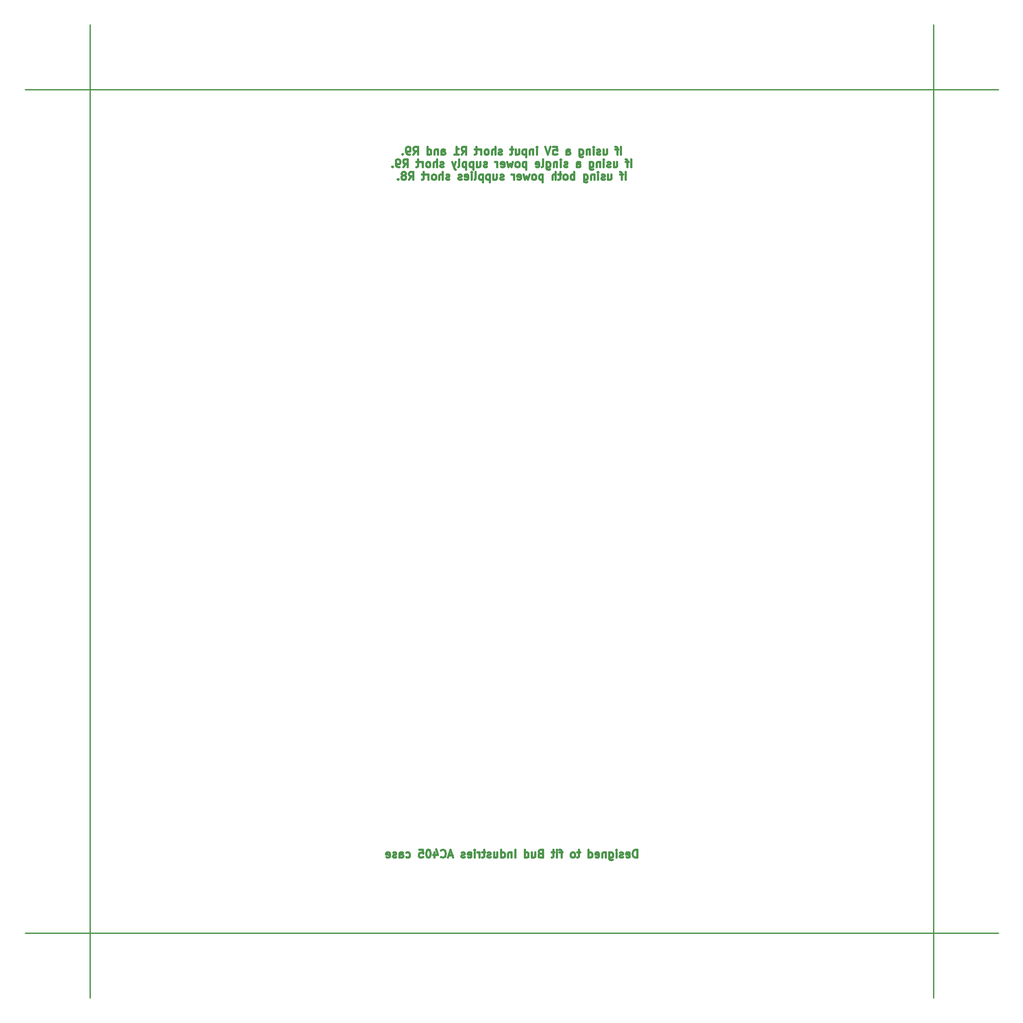
<source format=gbr>
%TF.GenerationSoftware,KiCad,Pcbnew,6.0.1-79c1e3a40b~116~ubuntu20.04.1*%
%TF.CreationDate,2022-02-06T08:21:26-08:00*%
%TF.ProjectId,rc2014-compat-backplane,72633230-3134-42d6-936f-6d7061742d62,rev?*%
%TF.SameCoordinates,Original*%
%TF.FileFunction,Legend,Bot*%
%TF.FilePolarity,Positive*%
%FSLAX46Y46*%
G04 Gerber Fmt 4.6, Leading zero omitted, Abs format (unit mm)*
G04 Created by KiCad (PCBNEW 6.0.1-79c1e3a40b~116~ubuntu20.04.1) date 2022-02-06 08:21:26*
%MOMM*%
%LPD*%
G01*
G04 APERTURE LIST*
%ADD10C,0.381000*%
%ADD11C,0.250000*%
G04 APERTURE END LIST*
D10*
X138829142Y-182045428D02*
X138829142Y-180521428D01*
X138466285Y-180521428D01*
X138248571Y-180594000D01*
X138103428Y-180739142D01*
X138030857Y-180884285D01*
X137958285Y-181174571D01*
X137958285Y-181392285D01*
X138030857Y-181682571D01*
X138103428Y-181827714D01*
X138248571Y-181972857D01*
X138466285Y-182045428D01*
X138829142Y-182045428D01*
X136724571Y-181972857D02*
X136869714Y-182045428D01*
X137160000Y-182045428D01*
X137305142Y-181972857D01*
X137377714Y-181827714D01*
X137377714Y-181247142D01*
X137305142Y-181102000D01*
X137160000Y-181029428D01*
X136869714Y-181029428D01*
X136724571Y-181102000D01*
X136652000Y-181247142D01*
X136652000Y-181392285D01*
X137377714Y-181537428D01*
X136071428Y-181972857D02*
X135926285Y-182045428D01*
X135636000Y-182045428D01*
X135490857Y-181972857D01*
X135418285Y-181827714D01*
X135418285Y-181755142D01*
X135490857Y-181610000D01*
X135636000Y-181537428D01*
X135853714Y-181537428D01*
X135998857Y-181464857D01*
X136071428Y-181319714D01*
X136071428Y-181247142D01*
X135998857Y-181102000D01*
X135853714Y-181029428D01*
X135636000Y-181029428D01*
X135490857Y-181102000D01*
X134765142Y-182045428D02*
X134765142Y-181029428D01*
X134765142Y-180521428D02*
X134837714Y-180594000D01*
X134765142Y-180666571D01*
X134692571Y-180594000D01*
X134765142Y-180521428D01*
X134765142Y-180666571D01*
X133386285Y-181029428D02*
X133386285Y-182263142D01*
X133458857Y-182408285D01*
X133531428Y-182480857D01*
X133676571Y-182553428D01*
X133894285Y-182553428D01*
X134039428Y-182480857D01*
X133386285Y-181972857D02*
X133531428Y-182045428D01*
X133821714Y-182045428D01*
X133966857Y-181972857D01*
X134039428Y-181900285D01*
X134112000Y-181755142D01*
X134112000Y-181319714D01*
X134039428Y-181174571D01*
X133966857Y-181102000D01*
X133821714Y-181029428D01*
X133531428Y-181029428D01*
X133386285Y-181102000D01*
X132660571Y-181029428D02*
X132660571Y-182045428D01*
X132660571Y-181174571D02*
X132588000Y-181102000D01*
X132442857Y-181029428D01*
X132225142Y-181029428D01*
X132080000Y-181102000D01*
X132007428Y-181247142D01*
X132007428Y-182045428D01*
X130701142Y-181972857D02*
X130846285Y-182045428D01*
X131136571Y-182045428D01*
X131281714Y-181972857D01*
X131354285Y-181827714D01*
X131354285Y-181247142D01*
X131281714Y-181102000D01*
X131136571Y-181029428D01*
X130846285Y-181029428D01*
X130701142Y-181102000D01*
X130628571Y-181247142D01*
X130628571Y-181392285D01*
X131354285Y-181537428D01*
X129322285Y-182045428D02*
X129322285Y-180521428D01*
X129322285Y-181972857D02*
X129467428Y-182045428D01*
X129757714Y-182045428D01*
X129902857Y-181972857D01*
X129975428Y-181900285D01*
X130048000Y-181755142D01*
X130048000Y-181319714D01*
X129975428Y-181174571D01*
X129902857Y-181102000D01*
X129757714Y-181029428D01*
X129467428Y-181029428D01*
X129322285Y-181102000D01*
X127653142Y-181029428D02*
X127072571Y-181029428D01*
X127435428Y-180521428D02*
X127435428Y-181827714D01*
X127362857Y-181972857D01*
X127217714Y-182045428D01*
X127072571Y-182045428D01*
X126346857Y-182045428D02*
X126492000Y-181972857D01*
X126564571Y-181900285D01*
X126637142Y-181755142D01*
X126637142Y-181319714D01*
X126564571Y-181174571D01*
X126492000Y-181102000D01*
X126346857Y-181029428D01*
X126129142Y-181029428D01*
X125984000Y-181102000D01*
X125911428Y-181174571D01*
X125838857Y-181319714D01*
X125838857Y-181755142D01*
X125911428Y-181900285D01*
X125984000Y-181972857D01*
X126129142Y-182045428D01*
X126346857Y-182045428D01*
X124242285Y-181029428D02*
X123661714Y-181029428D01*
X124024571Y-182045428D02*
X124024571Y-180739142D01*
X123952000Y-180594000D01*
X123806857Y-180521428D01*
X123661714Y-180521428D01*
X123153714Y-182045428D02*
X123153714Y-181029428D01*
X123153714Y-180521428D02*
X123226285Y-180594000D01*
X123153714Y-180666571D01*
X123081142Y-180594000D01*
X123153714Y-180521428D01*
X123153714Y-180666571D01*
X122645714Y-181029428D02*
X122065142Y-181029428D01*
X122428000Y-180521428D02*
X122428000Y-181827714D01*
X122355428Y-181972857D01*
X122210285Y-182045428D01*
X122065142Y-182045428D01*
X119888000Y-181247142D02*
X119670285Y-181319714D01*
X119597714Y-181392285D01*
X119525142Y-181537428D01*
X119525142Y-181755142D01*
X119597714Y-181900285D01*
X119670285Y-181972857D01*
X119815428Y-182045428D01*
X120396000Y-182045428D01*
X120396000Y-180521428D01*
X119888000Y-180521428D01*
X119742857Y-180594000D01*
X119670285Y-180666571D01*
X119597714Y-180811714D01*
X119597714Y-180956857D01*
X119670285Y-181102000D01*
X119742857Y-181174571D01*
X119888000Y-181247142D01*
X120396000Y-181247142D01*
X118218857Y-181029428D02*
X118218857Y-182045428D01*
X118872000Y-181029428D02*
X118872000Y-181827714D01*
X118799428Y-181972857D01*
X118654285Y-182045428D01*
X118436571Y-182045428D01*
X118291428Y-181972857D01*
X118218857Y-181900285D01*
X116840000Y-182045428D02*
X116840000Y-180521428D01*
X116840000Y-181972857D02*
X116985142Y-182045428D01*
X117275428Y-182045428D01*
X117420571Y-181972857D01*
X117493142Y-181900285D01*
X117565714Y-181755142D01*
X117565714Y-181319714D01*
X117493142Y-181174571D01*
X117420571Y-181102000D01*
X117275428Y-181029428D01*
X116985142Y-181029428D01*
X116840000Y-181102000D01*
X114953142Y-182045428D02*
X114953142Y-180521428D01*
X114227428Y-181029428D02*
X114227428Y-182045428D01*
X114227428Y-181174571D02*
X114154857Y-181102000D01*
X114009714Y-181029428D01*
X113792000Y-181029428D01*
X113646857Y-181102000D01*
X113574285Y-181247142D01*
X113574285Y-182045428D01*
X112195428Y-182045428D02*
X112195428Y-180521428D01*
X112195428Y-181972857D02*
X112340571Y-182045428D01*
X112630857Y-182045428D01*
X112776000Y-181972857D01*
X112848571Y-181900285D01*
X112921142Y-181755142D01*
X112921142Y-181319714D01*
X112848571Y-181174571D01*
X112776000Y-181102000D01*
X112630857Y-181029428D01*
X112340571Y-181029428D01*
X112195428Y-181102000D01*
X110816571Y-181029428D02*
X110816571Y-182045428D01*
X111469714Y-181029428D02*
X111469714Y-181827714D01*
X111397142Y-181972857D01*
X111252000Y-182045428D01*
X111034285Y-182045428D01*
X110889142Y-181972857D01*
X110816571Y-181900285D01*
X110163428Y-181972857D02*
X110018285Y-182045428D01*
X109728000Y-182045428D01*
X109582857Y-181972857D01*
X109510285Y-181827714D01*
X109510285Y-181755142D01*
X109582857Y-181610000D01*
X109728000Y-181537428D01*
X109945714Y-181537428D01*
X110090857Y-181464857D01*
X110163428Y-181319714D01*
X110163428Y-181247142D01*
X110090857Y-181102000D01*
X109945714Y-181029428D01*
X109728000Y-181029428D01*
X109582857Y-181102000D01*
X109074857Y-181029428D02*
X108494285Y-181029428D01*
X108857142Y-180521428D02*
X108857142Y-181827714D01*
X108784571Y-181972857D01*
X108639428Y-182045428D01*
X108494285Y-182045428D01*
X107986285Y-182045428D02*
X107986285Y-181029428D01*
X107986285Y-181319714D02*
X107913714Y-181174571D01*
X107841142Y-181102000D01*
X107696000Y-181029428D01*
X107550857Y-181029428D01*
X107042857Y-182045428D02*
X107042857Y-181029428D01*
X107042857Y-180521428D02*
X107115428Y-180594000D01*
X107042857Y-180666571D01*
X106970285Y-180594000D01*
X107042857Y-180521428D01*
X107042857Y-180666571D01*
X105736571Y-181972857D02*
X105881714Y-182045428D01*
X106172000Y-182045428D01*
X106317142Y-181972857D01*
X106389714Y-181827714D01*
X106389714Y-181247142D01*
X106317142Y-181102000D01*
X106172000Y-181029428D01*
X105881714Y-181029428D01*
X105736571Y-181102000D01*
X105664000Y-181247142D01*
X105664000Y-181392285D01*
X106389714Y-181537428D01*
X105083428Y-181972857D02*
X104938285Y-182045428D01*
X104648000Y-182045428D01*
X104502857Y-181972857D01*
X104430285Y-181827714D01*
X104430285Y-181755142D01*
X104502857Y-181610000D01*
X104648000Y-181537428D01*
X104865714Y-181537428D01*
X105010857Y-181464857D01*
X105083428Y-181319714D01*
X105083428Y-181247142D01*
X105010857Y-181102000D01*
X104865714Y-181029428D01*
X104648000Y-181029428D01*
X104502857Y-181102000D01*
X102688571Y-181610000D02*
X101962857Y-181610000D01*
X102833714Y-182045428D02*
X102325714Y-180521428D01*
X101817714Y-182045428D01*
X100438857Y-181900285D02*
X100511428Y-181972857D01*
X100729142Y-182045428D01*
X100874285Y-182045428D01*
X101092000Y-181972857D01*
X101237142Y-181827714D01*
X101309714Y-181682571D01*
X101382285Y-181392285D01*
X101382285Y-181174571D01*
X101309714Y-180884285D01*
X101237142Y-180739142D01*
X101092000Y-180594000D01*
X100874285Y-180521428D01*
X100729142Y-180521428D01*
X100511428Y-180594000D01*
X100438857Y-180666571D01*
X99132571Y-181029428D02*
X99132571Y-182045428D01*
X99495428Y-180448857D02*
X99858285Y-181537428D01*
X98914857Y-181537428D01*
X98044000Y-180521428D02*
X97898857Y-180521428D01*
X97753714Y-180594000D01*
X97681142Y-180666571D01*
X97608571Y-180811714D01*
X97536000Y-181102000D01*
X97536000Y-181464857D01*
X97608571Y-181755142D01*
X97681142Y-181900285D01*
X97753714Y-181972857D01*
X97898857Y-182045428D01*
X98044000Y-182045428D01*
X98189142Y-181972857D01*
X98261714Y-181900285D01*
X98334285Y-181755142D01*
X98406857Y-181464857D01*
X98406857Y-181102000D01*
X98334285Y-180811714D01*
X98261714Y-180666571D01*
X98189142Y-180594000D01*
X98044000Y-180521428D01*
X96157142Y-180521428D02*
X96882857Y-180521428D01*
X96955428Y-181247142D01*
X96882857Y-181174571D01*
X96737714Y-181102000D01*
X96374857Y-181102000D01*
X96229714Y-181174571D01*
X96157142Y-181247142D01*
X96084571Y-181392285D01*
X96084571Y-181755142D01*
X96157142Y-181900285D01*
X96229714Y-181972857D01*
X96374857Y-182045428D01*
X96737714Y-182045428D01*
X96882857Y-181972857D01*
X96955428Y-181900285D01*
X93617142Y-181972857D02*
X93762285Y-182045428D01*
X94052571Y-182045428D01*
X94197714Y-181972857D01*
X94270285Y-181900285D01*
X94342857Y-181755142D01*
X94342857Y-181319714D01*
X94270285Y-181174571D01*
X94197714Y-181102000D01*
X94052571Y-181029428D01*
X93762285Y-181029428D01*
X93617142Y-181102000D01*
X92310857Y-182045428D02*
X92310857Y-181247142D01*
X92383428Y-181102000D01*
X92528571Y-181029428D01*
X92818857Y-181029428D01*
X92964000Y-181102000D01*
X92310857Y-181972857D02*
X92456000Y-182045428D01*
X92818857Y-182045428D01*
X92964000Y-181972857D01*
X93036571Y-181827714D01*
X93036571Y-181682571D01*
X92964000Y-181537428D01*
X92818857Y-181464857D01*
X92456000Y-181464857D01*
X92310857Y-181392285D01*
X91657714Y-181972857D02*
X91512571Y-182045428D01*
X91222285Y-182045428D01*
X91077142Y-181972857D01*
X91004571Y-181827714D01*
X91004571Y-181755142D01*
X91077142Y-181610000D01*
X91222285Y-181537428D01*
X91440000Y-181537428D01*
X91585142Y-181464857D01*
X91657714Y-181319714D01*
X91657714Y-181247142D01*
X91585142Y-181102000D01*
X91440000Y-181029428D01*
X91222285Y-181029428D01*
X91077142Y-181102000D01*
X89770857Y-181972857D02*
X89916000Y-182045428D01*
X90206285Y-182045428D01*
X90351428Y-181972857D01*
X90424000Y-181827714D01*
X90424000Y-181247142D01*
X90351428Y-181102000D01*
X90206285Y-181029428D01*
X89916000Y-181029428D01*
X89770857Y-181102000D01*
X89698285Y-181247142D01*
X89698285Y-181392285D01*
X90424000Y-181537428D01*
X135672285Y-44463788D02*
X135672285Y-42939788D01*
X135164285Y-43447788D02*
X134583714Y-43447788D01*
X134946571Y-44463788D02*
X134946571Y-43157502D01*
X134874000Y-43012360D01*
X134728857Y-42939788D01*
X134583714Y-42939788D01*
X132261428Y-43447788D02*
X132261428Y-44463788D01*
X132914571Y-43447788D02*
X132914571Y-44246074D01*
X132842000Y-44391217D01*
X132696857Y-44463788D01*
X132479142Y-44463788D01*
X132334000Y-44391217D01*
X132261428Y-44318645D01*
X131608285Y-44391217D02*
X131463142Y-44463788D01*
X131172857Y-44463788D01*
X131027714Y-44391217D01*
X130955142Y-44246074D01*
X130955142Y-44173502D01*
X131027714Y-44028360D01*
X131172857Y-43955788D01*
X131390571Y-43955788D01*
X131535714Y-43883217D01*
X131608285Y-43738074D01*
X131608285Y-43665502D01*
X131535714Y-43520360D01*
X131390571Y-43447788D01*
X131172857Y-43447788D01*
X131027714Y-43520360D01*
X130302000Y-44463788D02*
X130302000Y-43447788D01*
X130302000Y-42939788D02*
X130374571Y-43012360D01*
X130302000Y-43084931D01*
X130229428Y-43012360D01*
X130302000Y-42939788D01*
X130302000Y-43084931D01*
X129576285Y-43447788D02*
X129576285Y-44463788D01*
X129576285Y-43592931D02*
X129503714Y-43520360D01*
X129358571Y-43447788D01*
X129140857Y-43447788D01*
X128995714Y-43520360D01*
X128923142Y-43665502D01*
X128923142Y-44463788D01*
X127544285Y-43447788D02*
X127544285Y-44681502D01*
X127616857Y-44826645D01*
X127689428Y-44899217D01*
X127834571Y-44971788D01*
X128052285Y-44971788D01*
X128197428Y-44899217D01*
X127544285Y-44391217D02*
X127689428Y-44463788D01*
X127979714Y-44463788D01*
X128124857Y-44391217D01*
X128197428Y-44318645D01*
X128270000Y-44173502D01*
X128270000Y-43738074D01*
X128197428Y-43592931D01*
X128124857Y-43520360D01*
X127979714Y-43447788D01*
X127689428Y-43447788D01*
X127544285Y-43520360D01*
X125004285Y-44463788D02*
X125004285Y-43665502D01*
X125076857Y-43520360D01*
X125222000Y-43447788D01*
X125512285Y-43447788D01*
X125657428Y-43520360D01*
X125004285Y-44391217D02*
X125149428Y-44463788D01*
X125512285Y-44463788D01*
X125657428Y-44391217D01*
X125730000Y-44246074D01*
X125730000Y-44100931D01*
X125657428Y-43955788D01*
X125512285Y-43883217D01*
X125149428Y-43883217D01*
X125004285Y-43810645D01*
X122391714Y-42939788D02*
X123117428Y-42939788D01*
X123190000Y-43665502D01*
X123117428Y-43592931D01*
X122972285Y-43520360D01*
X122609428Y-43520360D01*
X122464285Y-43592931D01*
X122391714Y-43665502D01*
X122319142Y-43810645D01*
X122319142Y-44173502D01*
X122391714Y-44318645D01*
X122464285Y-44391217D01*
X122609428Y-44463788D01*
X122972285Y-44463788D01*
X123117428Y-44391217D01*
X123190000Y-44318645D01*
X121883714Y-42939788D02*
X121375714Y-44463788D01*
X120867714Y-42939788D01*
X119198571Y-44463788D02*
X119198571Y-43447788D01*
X119198571Y-42939788D02*
X119271142Y-43012360D01*
X119198571Y-43084931D01*
X119126000Y-43012360D01*
X119198571Y-42939788D01*
X119198571Y-43084931D01*
X118472857Y-43447788D02*
X118472857Y-44463788D01*
X118472857Y-43592931D02*
X118400285Y-43520360D01*
X118255142Y-43447788D01*
X118037428Y-43447788D01*
X117892285Y-43520360D01*
X117819714Y-43665502D01*
X117819714Y-44463788D01*
X117094000Y-43447788D02*
X117094000Y-44971788D01*
X117094000Y-43520360D02*
X116948857Y-43447788D01*
X116658571Y-43447788D01*
X116513428Y-43520360D01*
X116440857Y-43592931D01*
X116368285Y-43738074D01*
X116368285Y-44173502D01*
X116440857Y-44318645D01*
X116513428Y-44391217D01*
X116658571Y-44463788D01*
X116948857Y-44463788D01*
X117094000Y-44391217D01*
X115062000Y-43447788D02*
X115062000Y-44463788D01*
X115715142Y-43447788D02*
X115715142Y-44246074D01*
X115642571Y-44391217D01*
X115497428Y-44463788D01*
X115279714Y-44463788D01*
X115134571Y-44391217D01*
X115062000Y-44318645D01*
X114554000Y-43447788D02*
X113973428Y-43447788D01*
X114336285Y-42939788D02*
X114336285Y-44246074D01*
X114263714Y-44391217D01*
X114118571Y-44463788D01*
X113973428Y-44463788D01*
X112376857Y-44391217D02*
X112231714Y-44463788D01*
X111941428Y-44463788D01*
X111796285Y-44391217D01*
X111723714Y-44246074D01*
X111723714Y-44173502D01*
X111796285Y-44028360D01*
X111941428Y-43955788D01*
X112159142Y-43955788D01*
X112304285Y-43883217D01*
X112376857Y-43738074D01*
X112376857Y-43665502D01*
X112304285Y-43520360D01*
X112159142Y-43447788D01*
X111941428Y-43447788D01*
X111796285Y-43520360D01*
X111070571Y-44463788D02*
X111070571Y-42939788D01*
X110417428Y-44463788D02*
X110417428Y-43665502D01*
X110490000Y-43520360D01*
X110635142Y-43447788D01*
X110852857Y-43447788D01*
X110998000Y-43520360D01*
X111070571Y-43592931D01*
X109474000Y-44463788D02*
X109619142Y-44391217D01*
X109691714Y-44318645D01*
X109764285Y-44173502D01*
X109764285Y-43738074D01*
X109691714Y-43592931D01*
X109619142Y-43520360D01*
X109474000Y-43447788D01*
X109256285Y-43447788D01*
X109111142Y-43520360D01*
X109038571Y-43592931D01*
X108966000Y-43738074D01*
X108966000Y-44173502D01*
X109038571Y-44318645D01*
X109111142Y-44391217D01*
X109256285Y-44463788D01*
X109474000Y-44463788D01*
X108312857Y-44463788D02*
X108312857Y-43447788D01*
X108312857Y-43738074D02*
X108240285Y-43592931D01*
X108167714Y-43520360D01*
X108022571Y-43447788D01*
X107877428Y-43447788D01*
X107587142Y-43447788D02*
X107006571Y-43447788D01*
X107369428Y-42939788D02*
X107369428Y-44246074D01*
X107296857Y-44391217D01*
X107151714Y-44463788D01*
X107006571Y-44463788D01*
X104466571Y-44463788D02*
X104974571Y-43738074D01*
X105337428Y-44463788D02*
X105337428Y-42939788D01*
X104756857Y-42939788D01*
X104611714Y-43012360D01*
X104539142Y-43084931D01*
X104466571Y-43230074D01*
X104466571Y-43447788D01*
X104539142Y-43592931D01*
X104611714Y-43665502D01*
X104756857Y-43738074D01*
X105337428Y-43738074D01*
X103015142Y-44463788D02*
X103886000Y-44463788D01*
X103450571Y-44463788D02*
X103450571Y-42939788D01*
X103595714Y-43157502D01*
X103740857Y-43302645D01*
X103886000Y-43375217D01*
X100547714Y-44463788D02*
X100547714Y-43665502D01*
X100620285Y-43520360D01*
X100765428Y-43447788D01*
X101055714Y-43447788D01*
X101200857Y-43520360D01*
X100547714Y-44391217D02*
X100692857Y-44463788D01*
X101055714Y-44463788D01*
X101200857Y-44391217D01*
X101273428Y-44246074D01*
X101273428Y-44100931D01*
X101200857Y-43955788D01*
X101055714Y-43883217D01*
X100692857Y-43883217D01*
X100547714Y-43810645D01*
X99822000Y-43447788D02*
X99822000Y-44463788D01*
X99822000Y-43592931D02*
X99749428Y-43520360D01*
X99604285Y-43447788D01*
X99386571Y-43447788D01*
X99241428Y-43520360D01*
X99168857Y-43665502D01*
X99168857Y-44463788D01*
X97790000Y-44463788D02*
X97790000Y-42939788D01*
X97790000Y-44391217D02*
X97935142Y-44463788D01*
X98225428Y-44463788D01*
X98370571Y-44391217D01*
X98443142Y-44318645D01*
X98515714Y-44173502D01*
X98515714Y-43738074D01*
X98443142Y-43592931D01*
X98370571Y-43520360D01*
X98225428Y-43447788D01*
X97935142Y-43447788D01*
X97790000Y-43520360D01*
X95032285Y-44463788D02*
X95540285Y-43738074D01*
X95903142Y-44463788D02*
X95903142Y-42939788D01*
X95322571Y-42939788D01*
X95177428Y-43012360D01*
X95104857Y-43084931D01*
X95032285Y-43230074D01*
X95032285Y-43447788D01*
X95104857Y-43592931D01*
X95177428Y-43665502D01*
X95322571Y-43738074D01*
X95903142Y-43738074D01*
X94306571Y-44463788D02*
X94016285Y-44463788D01*
X93871142Y-44391217D01*
X93798571Y-44318645D01*
X93653428Y-44100931D01*
X93580857Y-43810645D01*
X93580857Y-43230074D01*
X93653428Y-43084931D01*
X93726000Y-43012360D01*
X93871142Y-42939788D01*
X94161428Y-42939788D01*
X94306571Y-43012360D01*
X94379142Y-43084931D01*
X94451714Y-43230074D01*
X94451714Y-43592931D01*
X94379142Y-43738074D01*
X94306571Y-43810645D01*
X94161428Y-43883217D01*
X93871142Y-43883217D01*
X93726000Y-43810645D01*
X93653428Y-43738074D01*
X93580857Y-43592931D01*
X92927714Y-44318645D02*
X92855142Y-44391217D01*
X92927714Y-44463788D01*
X93000285Y-44391217D01*
X92927714Y-44318645D01*
X92927714Y-44463788D01*
X137668000Y-46917428D02*
X137668000Y-45393428D01*
X137160000Y-45901428D02*
X136579428Y-45901428D01*
X136942285Y-46917428D02*
X136942285Y-45611142D01*
X136869714Y-45466000D01*
X136724571Y-45393428D01*
X136579428Y-45393428D01*
X134257142Y-45901428D02*
X134257142Y-46917428D01*
X134910285Y-45901428D02*
X134910285Y-46699714D01*
X134837714Y-46844857D01*
X134692571Y-46917428D01*
X134474857Y-46917428D01*
X134329714Y-46844857D01*
X134257142Y-46772285D01*
X133604000Y-46844857D02*
X133458857Y-46917428D01*
X133168571Y-46917428D01*
X133023428Y-46844857D01*
X132950857Y-46699714D01*
X132950857Y-46627142D01*
X133023428Y-46482000D01*
X133168571Y-46409428D01*
X133386285Y-46409428D01*
X133531428Y-46336857D01*
X133604000Y-46191714D01*
X133604000Y-46119142D01*
X133531428Y-45974000D01*
X133386285Y-45901428D01*
X133168571Y-45901428D01*
X133023428Y-45974000D01*
X132297714Y-46917428D02*
X132297714Y-45901428D01*
X132297714Y-45393428D02*
X132370285Y-45466000D01*
X132297714Y-45538571D01*
X132225142Y-45466000D01*
X132297714Y-45393428D01*
X132297714Y-45538571D01*
X131572000Y-45901428D02*
X131572000Y-46917428D01*
X131572000Y-46046571D02*
X131499428Y-45974000D01*
X131354285Y-45901428D01*
X131136571Y-45901428D01*
X130991428Y-45974000D01*
X130918857Y-46119142D01*
X130918857Y-46917428D01*
X129540000Y-45901428D02*
X129540000Y-47135142D01*
X129612571Y-47280285D01*
X129685142Y-47352857D01*
X129830285Y-47425428D01*
X130048000Y-47425428D01*
X130193142Y-47352857D01*
X129540000Y-46844857D02*
X129685142Y-46917428D01*
X129975428Y-46917428D01*
X130120571Y-46844857D01*
X130193142Y-46772285D01*
X130265714Y-46627142D01*
X130265714Y-46191714D01*
X130193142Y-46046571D01*
X130120571Y-45974000D01*
X129975428Y-45901428D01*
X129685142Y-45901428D01*
X129540000Y-45974000D01*
X127000000Y-46917428D02*
X127000000Y-46119142D01*
X127072571Y-45974000D01*
X127217714Y-45901428D01*
X127508000Y-45901428D01*
X127653142Y-45974000D01*
X127000000Y-46844857D02*
X127145142Y-46917428D01*
X127508000Y-46917428D01*
X127653142Y-46844857D01*
X127725714Y-46699714D01*
X127725714Y-46554571D01*
X127653142Y-46409428D01*
X127508000Y-46336857D01*
X127145142Y-46336857D01*
X127000000Y-46264285D01*
X125185714Y-46844857D02*
X125040571Y-46917428D01*
X124750285Y-46917428D01*
X124605142Y-46844857D01*
X124532571Y-46699714D01*
X124532571Y-46627142D01*
X124605142Y-46482000D01*
X124750285Y-46409428D01*
X124968000Y-46409428D01*
X125113142Y-46336857D01*
X125185714Y-46191714D01*
X125185714Y-46119142D01*
X125113142Y-45974000D01*
X124968000Y-45901428D01*
X124750285Y-45901428D01*
X124605142Y-45974000D01*
X123879428Y-46917428D02*
X123879428Y-45901428D01*
X123879428Y-45393428D02*
X123952000Y-45466000D01*
X123879428Y-45538571D01*
X123806857Y-45466000D01*
X123879428Y-45393428D01*
X123879428Y-45538571D01*
X123153714Y-45901428D02*
X123153714Y-46917428D01*
X123153714Y-46046571D02*
X123081142Y-45974000D01*
X122936000Y-45901428D01*
X122718285Y-45901428D01*
X122573142Y-45974000D01*
X122500571Y-46119142D01*
X122500571Y-46917428D01*
X121121714Y-45901428D02*
X121121714Y-47135142D01*
X121194285Y-47280285D01*
X121266857Y-47352857D01*
X121412000Y-47425428D01*
X121629714Y-47425428D01*
X121774857Y-47352857D01*
X121121714Y-46844857D02*
X121266857Y-46917428D01*
X121557142Y-46917428D01*
X121702285Y-46844857D01*
X121774857Y-46772285D01*
X121847428Y-46627142D01*
X121847428Y-46191714D01*
X121774857Y-46046571D01*
X121702285Y-45974000D01*
X121557142Y-45901428D01*
X121266857Y-45901428D01*
X121121714Y-45974000D01*
X120178285Y-46917428D02*
X120323428Y-46844857D01*
X120396000Y-46699714D01*
X120396000Y-45393428D01*
X119017142Y-46844857D02*
X119162285Y-46917428D01*
X119452571Y-46917428D01*
X119597714Y-46844857D01*
X119670285Y-46699714D01*
X119670285Y-46119142D01*
X119597714Y-45974000D01*
X119452571Y-45901428D01*
X119162285Y-45901428D01*
X119017142Y-45974000D01*
X118944571Y-46119142D01*
X118944571Y-46264285D01*
X119670285Y-46409428D01*
X117130285Y-45901428D02*
X117130285Y-47425428D01*
X117130285Y-45974000D02*
X116985142Y-45901428D01*
X116694857Y-45901428D01*
X116549714Y-45974000D01*
X116477142Y-46046571D01*
X116404571Y-46191714D01*
X116404571Y-46627142D01*
X116477142Y-46772285D01*
X116549714Y-46844857D01*
X116694857Y-46917428D01*
X116985142Y-46917428D01*
X117130285Y-46844857D01*
X115533714Y-46917428D02*
X115678857Y-46844857D01*
X115751428Y-46772285D01*
X115824000Y-46627142D01*
X115824000Y-46191714D01*
X115751428Y-46046571D01*
X115678857Y-45974000D01*
X115533714Y-45901428D01*
X115316000Y-45901428D01*
X115170857Y-45974000D01*
X115098285Y-46046571D01*
X115025714Y-46191714D01*
X115025714Y-46627142D01*
X115098285Y-46772285D01*
X115170857Y-46844857D01*
X115316000Y-46917428D01*
X115533714Y-46917428D01*
X114517714Y-45901428D02*
X114227428Y-46917428D01*
X113937142Y-46191714D01*
X113646857Y-46917428D01*
X113356571Y-45901428D01*
X112195428Y-46844857D02*
X112340571Y-46917428D01*
X112630857Y-46917428D01*
X112776000Y-46844857D01*
X112848571Y-46699714D01*
X112848571Y-46119142D01*
X112776000Y-45974000D01*
X112630857Y-45901428D01*
X112340571Y-45901428D01*
X112195428Y-45974000D01*
X112122857Y-46119142D01*
X112122857Y-46264285D01*
X112848571Y-46409428D01*
X111469714Y-46917428D02*
X111469714Y-45901428D01*
X111469714Y-46191714D02*
X111397142Y-46046571D01*
X111324571Y-45974000D01*
X111179428Y-45901428D01*
X111034285Y-45901428D01*
X109437714Y-46844857D02*
X109292571Y-46917428D01*
X109002285Y-46917428D01*
X108857142Y-46844857D01*
X108784571Y-46699714D01*
X108784571Y-46627142D01*
X108857142Y-46482000D01*
X109002285Y-46409428D01*
X109220000Y-46409428D01*
X109365142Y-46336857D01*
X109437714Y-46191714D01*
X109437714Y-46119142D01*
X109365142Y-45974000D01*
X109220000Y-45901428D01*
X109002285Y-45901428D01*
X108857142Y-45974000D01*
X107478285Y-45901428D02*
X107478285Y-46917428D01*
X108131428Y-45901428D02*
X108131428Y-46699714D01*
X108058857Y-46844857D01*
X107913714Y-46917428D01*
X107696000Y-46917428D01*
X107550857Y-46844857D01*
X107478285Y-46772285D01*
X106752571Y-45901428D02*
X106752571Y-47425428D01*
X106752571Y-45974000D02*
X106607428Y-45901428D01*
X106317142Y-45901428D01*
X106172000Y-45974000D01*
X106099428Y-46046571D01*
X106026857Y-46191714D01*
X106026857Y-46627142D01*
X106099428Y-46772285D01*
X106172000Y-46844857D01*
X106317142Y-46917428D01*
X106607428Y-46917428D01*
X106752571Y-46844857D01*
X105373714Y-45901428D02*
X105373714Y-47425428D01*
X105373714Y-45974000D02*
X105228571Y-45901428D01*
X104938285Y-45901428D01*
X104793142Y-45974000D01*
X104720571Y-46046571D01*
X104648000Y-46191714D01*
X104648000Y-46627142D01*
X104720571Y-46772285D01*
X104793142Y-46844857D01*
X104938285Y-46917428D01*
X105228571Y-46917428D01*
X105373714Y-46844857D01*
X103777142Y-46917428D02*
X103922285Y-46844857D01*
X103994857Y-46699714D01*
X103994857Y-45393428D01*
X103341714Y-45901428D02*
X102978857Y-46917428D01*
X102616000Y-45901428D02*
X102978857Y-46917428D01*
X103124000Y-47280285D01*
X103196571Y-47352857D01*
X103341714Y-47425428D01*
X100946857Y-46844857D02*
X100801714Y-46917428D01*
X100511428Y-46917428D01*
X100366285Y-46844857D01*
X100293714Y-46699714D01*
X100293714Y-46627142D01*
X100366285Y-46482000D01*
X100511428Y-46409428D01*
X100729142Y-46409428D01*
X100874285Y-46336857D01*
X100946857Y-46191714D01*
X100946857Y-46119142D01*
X100874285Y-45974000D01*
X100729142Y-45901428D01*
X100511428Y-45901428D01*
X100366285Y-45974000D01*
X99640571Y-46917428D02*
X99640571Y-45393428D01*
X98987428Y-46917428D02*
X98987428Y-46119142D01*
X99060000Y-45974000D01*
X99205142Y-45901428D01*
X99422857Y-45901428D01*
X99568000Y-45974000D01*
X99640571Y-46046571D01*
X98044000Y-46917428D02*
X98189142Y-46844857D01*
X98261714Y-46772285D01*
X98334285Y-46627142D01*
X98334285Y-46191714D01*
X98261714Y-46046571D01*
X98189142Y-45974000D01*
X98044000Y-45901428D01*
X97826285Y-45901428D01*
X97681142Y-45974000D01*
X97608571Y-46046571D01*
X97536000Y-46191714D01*
X97536000Y-46627142D01*
X97608571Y-46772285D01*
X97681142Y-46844857D01*
X97826285Y-46917428D01*
X98044000Y-46917428D01*
X96882857Y-46917428D02*
X96882857Y-45901428D01*
X96882857Y-46191714D02*
X96810285Y-46046571D01*
X96737714Y-45974000D01*
X96592571Y-45901428D01*
X96447428Y-45901428D01*
X96157142Y-45901428D02*
X95576571Y-45901428D01*
X95939428Y-45393428D02*
X95939428Y-46699714D01*
X95866857Y-46844857D01*
X95721714Y-46917428D01*
X95576571Y-46917428D01*
X93036571Y-46917428D02*
X93544571Y-46191714D01*
X93907428Y-46917428D02*
X93907428Y-45393428D01*
X93326857Y-45393428D01*
X93181714Y-45466000D01*
X93109142Y-45538571D01*
X93036571Y-45683714D01*
X93036571Y-45901428D01*
X93109142Y-46046571D01*
X93181714Y-46119142D01*
X93326857Y-46191714D01*
X93907428Y-46191714D01*
X92310857Y-46917428D02*
X92020571Y-46917428D01*
X91875428Y-46844857D01*
X91802857Y-46772285D01*
X91657714Y-46554571D01*
X91585142Y-46264285D01*
X91585142Y-45683714D01*
X91657714Y-45538571D01*
X91730285Y-45466000D01*
X91875428Y-45393428D01*
X92165714Y-45393428D01*
X92310857Y-45466000D01*
X92383428Y-45538571D01*
X92456000Y-45683714D01*
X92456000Y-46046571D01*
X92383428Y-46191714D01*
X92310857Y-46264285D01*
X92165714Y-46336857D01*
X91875428Y-46336857D01*
X91730285Y-46264285D01*
X91657714Y-46191714D01*
X91585142Y-46046571D01*
X90932000Y-46772285D02*
X90859428Y-46844857D01*
X90932000Y-46917428D01*
X91004571Y-46844857D01*
X90932000Y-46772285D01*
X90932000Y-46917428D01*
X136543142Y-49371068D02*
X136543142Y-47847068D01*
X136035142Y-48355068D02*
X135454571Y-48355068D01*
X135817428Y-49371068D02*
X135817428Y-48064782D01*
X135744857Y-47919640D01*
X135599714Y-47847068D01*
X135454571Y-47847068D01*
X133132285Y-48355068D02*
X133132285Y-49371068D01*
X133785428Y-48355068D02*
X133785428Y-49153354D01*
X133712857Y-49298497D01*
X133567714Y-49371068D01*
X133350000Y-49371068D01*
X133204857Y-49298497D01*
X133132285Y-49225925D01*
X132479142Y-49298497D02*
X132334000Y-49371068D01*
X132043714Y-49371068D01*
X131898571Y-49298497D01*
X131826000Y-49153354D01*
X131826000Y-49080782D01*
X131898571Y-48935640D01*
X132043714Y-48863068D01*
X132261428Y-48863068D01*
X132406571Y-48790497D01*
X132479142Y-48645354D01*
X132479142Y-48572782D01*
X132406571Y-48427640D01*
X132261428Y-48355068D01*
X132043714Y-48355068D01*
X131898571Y-48427640D01*
X131172857Y-49371068D02*
X131172857Y-48355068D01*
X131172857Y-47847068D02*
X131245428Y-47919640D01*
X131172857Y-47992211D01*
X131100285Y-47919640D01*
X131172857Y-47847068D01*
X131172857Y-47992211D01*
X130447142Y-48355068D02*
X130447142Y-49371068D01*
X130447142Y-48500211D02*
X130374571Y-48427640D01*
X130229428Y-48355068D01*
X130011714Y-48355068D01*
X129866571Y-48427640D01*
X129794000Y-48572782D01*
X129794000Y-49371068D01*
X128415142Y-48355068D02*
X128415142Y-49588782D01*
X128487714Y-49733925D01*
X128560285Y-49806497D01*
X128705428Y-49879068D01*
X128923142Y-49879068D01*
X129068285Y-49806497D01*
X128415142Y-49298497D02*
X128560285Y-49371068D01*
X128850571Y-49371068D01*
X128995714Y-49298497D01*
X129068285Y-49225925D01*
X129140857Y-49080782D01*
X129140857Y-48645354D01*
X129068285Y-48500211D01*
X128995714Y-48427640D01*
X128850571Y-48355068D01*
X128560285Y-48355068D01*
X128415142Y-48427640D01*
X126528285Y-49371068D02*
X126528285Y-47847068D01*
X126528285Y-48427640D02*
X126383142Y-48355068D01*
X126092857Y-48355068D01*
X125947714Y-48427640D01*
X125875142Y-48500211D01*
X125802571Y-48645354D01*
X125802571Y-49080782D01*
X125875142Y-49225925D01*
X125947714Y-49298497D01*
X126092857Y-49371068D01*
X126383142Y-49371068D01*
X126528285Y-49298497D01*
X124931714Y-49371068D02*
X125076857Y-49298497D01*
X125149428Y-49225925D01*
X125222000Y-49080782D01*
X125222000Y-48645354D01*
X125149428Y-48500211D01*
X125076857Y-48427640D01*
X124931714Y-48355068D01*
X124714000Y-48355068D01*
X124568857Y-48427640D01*
X124496285Y-48500211D01*
X124423714Y-48645354D01*
X124423714Y-49080782D01*
X124496285Y-49225925D01*
X124568857Y-49298497D01*
X124714000Y-49371068D01*
X124931714Y-49371068D01*
X123988285Y-48355068D02*
X123407714Y-48355068D01*
X123770571Y-47847068D02*
X123770571Y-49153354D01*
X123698000Y-49298497D01*
X123552857Y-49371068D01*
X123407714Y-49371068D01*
X122899714Y-49371068D02*
X122899714Y-47847068D01*
X122246571Y-49371068D02*
X122246571Y-48572782D01*
X122319142Y-48427640D01*
X122464285Y-48355068D01*
X122682000Y-48355068D01*
X122827142Y-48427640D01*
X122899714Y-48500211D01*
X120359714Y-48355068D02*
X120359714Y-49879068D01*
X120359714Y-48427640D02*
X120214571Y-48355068D01*
X119924285Y-48355068D01*
X119779142Y-48427640D01*
X119706571Y-48500211D01*
X119634000Y-48645354D01*
X119634000Y-49080782D01*
X119706571Y-49225925D01*
X119779142Y-49298497D01*
X119924285Y-49371068D01*
X120214571Y-49371068D01*
X120359714Y-49298497D01*
X118763142Y-49371068D02*
X118908285Y-49298497D01*
X118980857Y-49225925D01*
X119053428Y-49080782D01*
X119053428Y-48645354D01*
X118980857Y-48500211D01*
X118908285Y-48427640D01*
X118763142Y-48355068D01*
X118545428Y-48355068D01*
X118400285Y-48427640D01*
X118327714Y-48500211D01*
X118255142Y-48645354D01*
X118255142Y-49080782D01*
X118327714Y-49225925D01*
X118400285Y-49298497D01*
X118545428Y-49371068D01*
X118763142Y-49371068D01*
X117747142Y-48355068D02*
X117456857Y-49371068D01*
X117166571Y-48645354D01*
X116876285Y-49371068D01*
X116586000Y-48355068D01*
X115424857Y-49298497D02*
X115570000Y-49371068D01*
X115860285Y-49371068D01*
X116005428Y-49298497D01*
X116078000Y-49153354D01*
X116078000Y-48572782D01*
X116005428Y-48427640D01*
X115860285Y-48355068D01*
X115570000Y-48355068D01*
X115424857Y-48427640D01*
X115352285Y-48572782D01*
X115352285Y-48717925D01*
X116078000Y-48863068D01*
X114699142Y-49371068D02*
X114699142Y-48355068D01*
X114699142Y-48645354D02*
X114626571Y-48500211D01*
X114554000Y-48427640D01*
X114408857Y-48355068D01*
X114263714Y-48355068D01*
X112667142Y-49298497D02*
X112522000Y-49371068D01*
X112231714Y-49371068D01*
X112086571Y-49298497D01*
X112014000Y-49153354D01*
X112014000Y-49080782D01*
X112086571Y-48935640D01*
X112231714Y-48863068D01*
X112449428Y-48863068D01*
X112594571Y-48790497D01*
X112667142Y-48645354D01*
X112667142Y-48572782D01*
X112594571Y-48427640D01*
X112449428Y-48355068D01*
X112231714Y-48355068D01*
X112086571Y-48427640D01*
X110707714Y-48355068D02*
X110707714Y-49371068D01*
X111360857Y-48355068D02*
X111360857Y-49153354D01*
X111288285Y-49298497D01*
X111143142Y-49371068D01*
X110925428Y-49371068D01*
X110780285Y-49298497D01*
X110707714Y-49225925D01*
X109982000Y-48355068D02*
X109982000Y-49879068D01*
X109982000Y-48427640D02*
X109836857Y-48355068D01*
X109546571Y-48355068D01*
X109401428Y-48427640D01*
X109328857Y-48500211D01*
X109256285Y-48645354D01*
X109256285Y-49080782D01*
X109328857Y-49225925D01*
X109401428Y-49298497D01*
X109546571Y-49371068D01*
X109836857Y-49371068D01*
X109982000Y-49298497D01*
X108603142Y-48355068D02*
X108603142Y-49879068D01*
X108603142Y-48427640D02*
X108458000Y-48355068D01*
X108167714Y-48355068D01*
X108022571Y-48427640D01*
X107950000Y-48500211D01*
X107877428Y-48645354D01*
X107877428Y-49080782D01*
X107950000Y-49225925D01*
X108022571Y-49298497D01*
X108167714Y-49371068D01*
X108458000Y-49371068D01*
X108603142Y-49298497D01*
X107006571Y-49371068D02*
X107151714Y-49298497D01*
X107224285Y-49153354D01*
X107224285Y-47847068D01*
X106426000Y-49371068D02*
X106426000Y-48355068D01*
X106426000Y-47847068D02*
X106498571Y-47919640D01*
X106426000Y-47992211D01*
X106353428Y-47919640D01*
X106426000Y-47847068D01*
X106426000Y-47992211D01*
X105119714Y-49298497D02*
X105264857Y-49371068D01*
X105555142Y-49371068D01*
X105700285Y-49298497D01*
X105772857Y-49153354D01*
X105772857Y-48572782D01*
X105700285Y-48427640D01*
X105555142Y-48355068D01*
X105264857Y-48355068D01*
X105119714Y-48427640D01*
X105047142Y-48572782D01*
X105047142Y-48717925D01*
X105772857Y-48863068D01*
X104466571Y-49298497D02*
X104321428Y-49371068D01*
X104031142Y-49371068D01*
X103886000Y-49298497D01*
X103813428Y-49153354D01*
X103813428Y-49080782D01*
X103886000Y-48935640D01*
X104031142Y-48863068D01*
X104248857Y-48863068D01*
X104394000Y-48790497D01*
X104466571Y-48645354D01*
X104466571Y-48572782D01*
X104394000Y-48427640D01*
X104248857Y-48355068D01*
X104031142Y-48355068D01*
X103886000Y-48427640D01*
X102071714Y-49298497D02*
X101926571Y-49371068D01*
X101636285Y-49371068D01*
X101491142Y-49298497D01*
X101418571Y-49153354D01*
X101418571Y-49080782D01*
X101491142Y-48935640D01*
X101636285Y-48863068D01*
X101854000Y-48863068D01*
X101999142Y-48790497D01*
X102071714Y-48645354D01*
X102071714Y-48572782D01*
X101999142Y-48427640D01*
X101854000Y-48355068D01*
X101636285Y-48355068D01*
X101491142Y-48427640D01*
X100765428Y-49371068D02*
X100765428Y-47847068D01*
X100112285Y-49371068D02*
X100112285Y-48572782D01*
X100184857Y-48427640D01*
X100330000Y-48355068D01*
X100547714Y-48355068D01*
X100692857Y-48427640D01*
X100765428Y-48500211D01*
X99168857Y-49371068D02*
X99314000Y-49298497D01*
X99386571Y-49225925D01*
X99459142Y-49080782D01*
X99459142Y-48645354D01*
X99386571Y-48500211D01*
X99314000Y-48427640D01*
X99168857Y-48355068D01*
X98951142Y-48355068D01*
X98806000Y-48427640D01*
X98733428Y-48500211D01*
X98660857Y-48645354D01*
X98660857Y-49080782D01*
X98733428Y-49225925D01*
X98806000Y-49298497D01*
X98951142Y-49371068D01*
X99168857Y-49371068D01*
X98007714Y-49371068D02*
X98007714Y-48355068D01*
X98007714Y-48645354D02*
X97935142Y-48500211D01*
X97862571Y-48427640D01*
X97717428Y-48355068D01*
X97572285Y-48355068D01*
X97282000Y-48355068D02*
X96701428Y-48355068D01*
X97064285Y-47847068D02*
X97064285Y-49153354D01*
X96991714Y-49298497D01*
X96846571Y-49371068D01*
X96701428Y-49371068D01*
X94161428Y-49371068D02*
X94669428Y-48645354D01*
X95032285Y-49371068D02*
X95032285Y-47847068D01*
X94451714Y-47847068D01*
X94306571Y-47919640D01*
X94234000Y-47992211D01*
X94161428Y-48137354D01*
X94161428Y-48355068D01*
X94234000Y-48500211D01*
X94306571Y-48572782D01*
X94451714Y-48645354D01*
X95032285Y-48645354D01*
X93290571Y-48500211D02*
X93435714Y-48427640D01*
X93508285Y-48355068D01*
X93580857Y-48209925D01*
X93580857Y-48137354D01*
X93508285Y-47992211D01*
X93435714Y-47919640D01*
X93290571Y-47847068D01*
X93000285Y-47847068D01*
X92855142Y-47919640D01*
X92782571Y-47992211D01*
X92710000Y-48137354D01*
X92710000Y-48209925D01*
X92782571Y-48355068D01*
X92855142Y-48427640D01*
X93000285Y-48500211D01*
X93290571Y-48500211D01*
X93435714Y-48572782D01*
X93508285Y-48645354D01*
X93580857Y-48790497D01*
X93580857Y-49080782D01*
X93508285Y-49225925D01*
X93435714Y-49298497D01*
X93290571Y-49371068D01*
X93000285Y-49371068D01*
X92855142Y-49298497D01*
X92782571Y-49225925D01*
X92710000Y-49080782D01*
X92710000Y-48790497D01*
X92782571Y-48645354D01*
X92855142Y-48572782D01*
X93000285Y-48500211D01*
X92056857Y-49225925D02*
X91984285Y-49298497D01*
X92056857Y-49371068D01*
X92129428Y-49298497D01*
X92056857Y-49225925D01*
X92056857Y-49371068D01*
D11*
X19050000Y-196850000D02*
X209550000Y-196850000D01*
X31750000Y-19050000D02*
X31750000Y-209550000D01*
X19050000Y-31750000D02*
X209550000Y-31750000D01*
X196850000Y-19050000D02*
X196850000Y-209550000D01*
M02*

</source>
